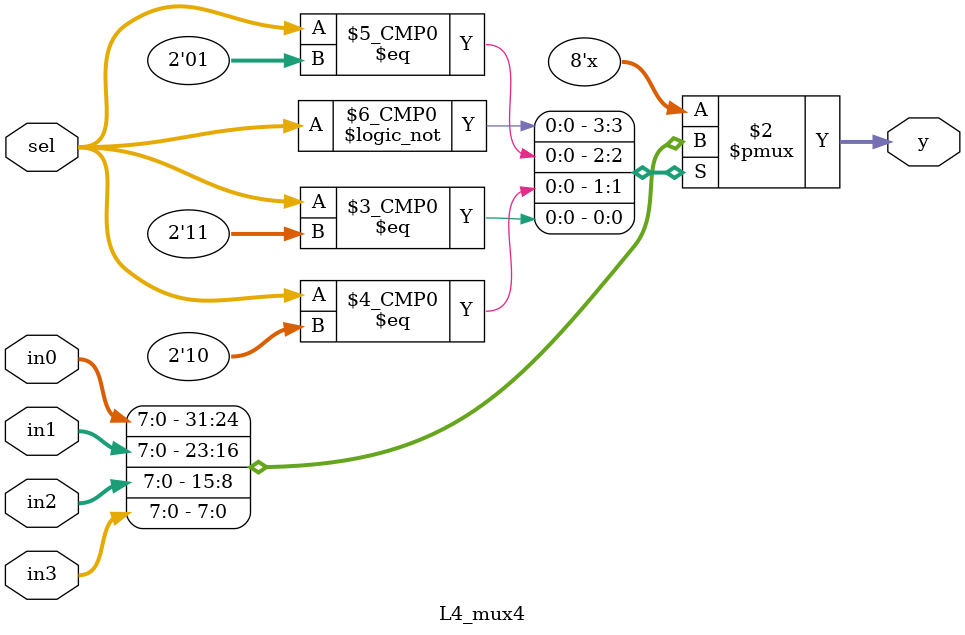
<source format=v>
module L4_mux4(sel, in0, in1, in2, in3, y);
    parameter NBITS=8;
    input  [1:0] sel;
    input  [NBITS-1:0] in0, in1, in2, in3;
    output [NBITS-1:0] y;

    reg    [NBITS-1:0] y;

    always @(sel or in0 or in1 or in2 or in3)
        case (sel)
          3'd0 : y = in0;
          3'd1 : y = in1;
          3'd2 : y = in2;
	     3'd3 : y = in3;
	  default : y = { NBITS{1'b0} };
        endcase
endmodule


</source>
